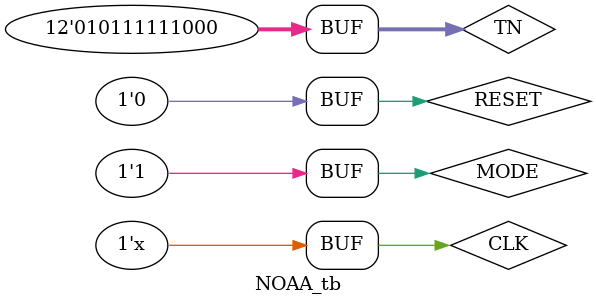
<source format=v>
`timescale 1ns/1ns

module NOAA_tb();
  
  // Ports of __NOAA_Module__
  reg      CLK, RESET, MODE;
  reg      [11:0] TN;
  wire     SAMPLE, DONE;
  wire     [11:0] AVG_SD;
  
  initial begin
    CLK = 0;
    RESET = 1; 
  end
    
  initial begin
    #50
    RESET = 0;
  end
    
  always #10 CLK = ~CLK; 

// copied numbers from NOAA_Test_Data_30_n.xlsx
  initial begin // numbers from test dataset of 30
    #65
    TN = 1383;	MODE = 0;
    #20
    TN = 3177;	MODE = 1;
    #20
    TN = 593;	MODE = 1;
    #20
    TN = 586;	MODE = 0;
    #20
    TN = 1449;	MODE = 1;
    #20
    TN = 2362;	MODE = 1;
    #20
    TN = 2290;	MODE = 1;
    #20
    TN = 1763;	MODE = 0;
    #20
    TN = 2940;	MODE = 0;
    #20
    TN = 2772;	MODE = 0;
    #20
    TN = 411;	MODE = 0;
    #20
    TN = 1767;	MODE = 1;
    #20
    TN = 1782;	MODE = 0;
    #20
    TN = 2862;	MODE = 1;
    #20
    TN = 2867;	MODE = 1;
    #20
    TN = 329;	MODE = 0;
    #20
    TN = 2022;	MODE = 0;
    #20
    TN = 269;	MODE = 1;
    #20
    TN = 2993;	MODE = 0;
    #20
    TN = 2211;	MODE = 0;
    #20
    TN = 1829;	MODE = 1;
    #20
    TN = 2821;	MODE = 1;
    #20
    TN = 984;	MODE = 1;
    #20
    TN = 2398;	MODE = 0;
    #20
    TN = 3115;	MODE = 0;
    #20
    TN = 1613;	MODE = 0;
    #20
    TN = 1691;	MODE = 0;
    #20
    TN = 3156;	MODE = 1;
    #20
    TN = 2062;	MODE = 0;
    #20
    TN = 1396;	MODE = 1;
    #20
    TN = 3105;	MODE = 1;
    #20
    TN = 1884;	MODE = 1;
    #20
    TN = 1136;	MODE = 1;
    #20
    TN = 446;	MODE = 1;
    #20
    TN = 2113;	MODE = 1;
    #20
    TN = 124;	MODE = 1;
    #20
    TN = 1982;	MODE = 1;
    #20
    TN = 2814;	MODE = 1;
    #20
    TN = 234;	MODE = 0;
    #20
    TN = 1643;	MODE = 0;
    #20
    TN = 3087;	MODE = 0;
    #20
    TN = 476;	MODE = 0;
    #20
    TN = 1388;	MODE = 0;
    #20
    TN = 3003;	MODE = 1;
    #20
    TN = 2354;	MODE = 1;
    #20
    TN = 3132;	MODE = 0;
    #20
    TN = 876;	MODE = 0;
    #20
    TN = 2139;	MODE = 0;
    #20
    TN = 1026;	MODE = 0;
    #20
    TN = 894;	MODE = 1;
    #20
    TN = 3195;	MODE = 0;
    #20
    TN = 1834;	MODE = 0;
    #20
    TN = 3067;	MODE = 1;
    #20
    TN = 2897;	MODE = 0;
    #20
    TN = 517;	MODE = 0;
    #20
    TN = 252;	MODE = 0;
    #20
    TN = 501;	MODE = 0;
    #20
    TN = 1086;	MODE = 1;
    #20
    TN = 265;	MODE = 1;
    #20
    TN = 1244;	MODE = 1;
    #20
    TN = 40;  	MODE = 1;
    #20
    TN = 2831;	MODE = 1;
    #20
    TN = 2097;	MODE = 1;
    #20
    TN = 881;	MODE = 1;
    #20
    TN = 2309;	MODE = 1;
    #20
    TN = 2167;	MODE = 0;
    #20
    TN = 1897;	MODE = 1;
    #20
    TN = 186;	MODE = 1;
    #20
    TN = 2506;	MODE = 1;
    #20
    TN = 3019;	MODE = 0;
    #20
    TN = 328;	MODE = 1;
    #20
    TN = 2532;	MODE = 1;
    #20
    TN = 3103;	MODE = 1;
    #20
    TN = 670;	MODE = 0;
    #20
    TN = 1308;	MODE = 1;
    #20
    TN = 740;	MODE = 1;
    #20
    TN = 2196;	MODE = 1;
    #20
    TN = 218;	MODE = 1;
    #20
    TN = 1246;	MODE = 1;
    #20
    TN = 121;	MODE = 1;
    #20
    TN = 1979;	MODE = 0;
    #20
    TN = 1764;	MODE = 0;
    #20
    TN = 1041;	MODE = 0;
    #20
    TN = 393;	MODE = 0;
    #20
    TN = 1834;	MODE = 0;
    #20
    TN = 1324;	MODE = 0;
    #20
    TN = 2587;	MODE = 0;
    #20
    TN = 943;	MODE = 1;
    #20
    TN = 2227;	MODE = 1;
    #20
    TN = 2659;	MODE = 0;
    #20
    TN = 2632;	MODE = 1;
    #20
    TN = 2837;	MODE = 0;
    #20
    TN = 2875;	MODE = 1;
    #20
    TN = 674;	MODE = 1;
    #20
    TN = 58;	  MODE = 1;
    #20
    TN = 2429;	MODE = 1;
    #20
    TN = 1035;	MODE = 1;
    #20
    TN = 1818;	MODE = 0;
    #20
    TN = 2943;	MODE = 1;
    #20
    TN = 1528;	MODE = 1;
    #20;

  end

  NOAA_module IoT_Motes(
                  .CLK(CLK),
                  .RESET(RESET),
                  .MODE(MODE),
                  .TN(TN),
                  .SAMPLE(SAMPLE),
                  .DONE(DONE),
                  .AVG_SD(AVG_SD)
                  );
endmodule

</source>
